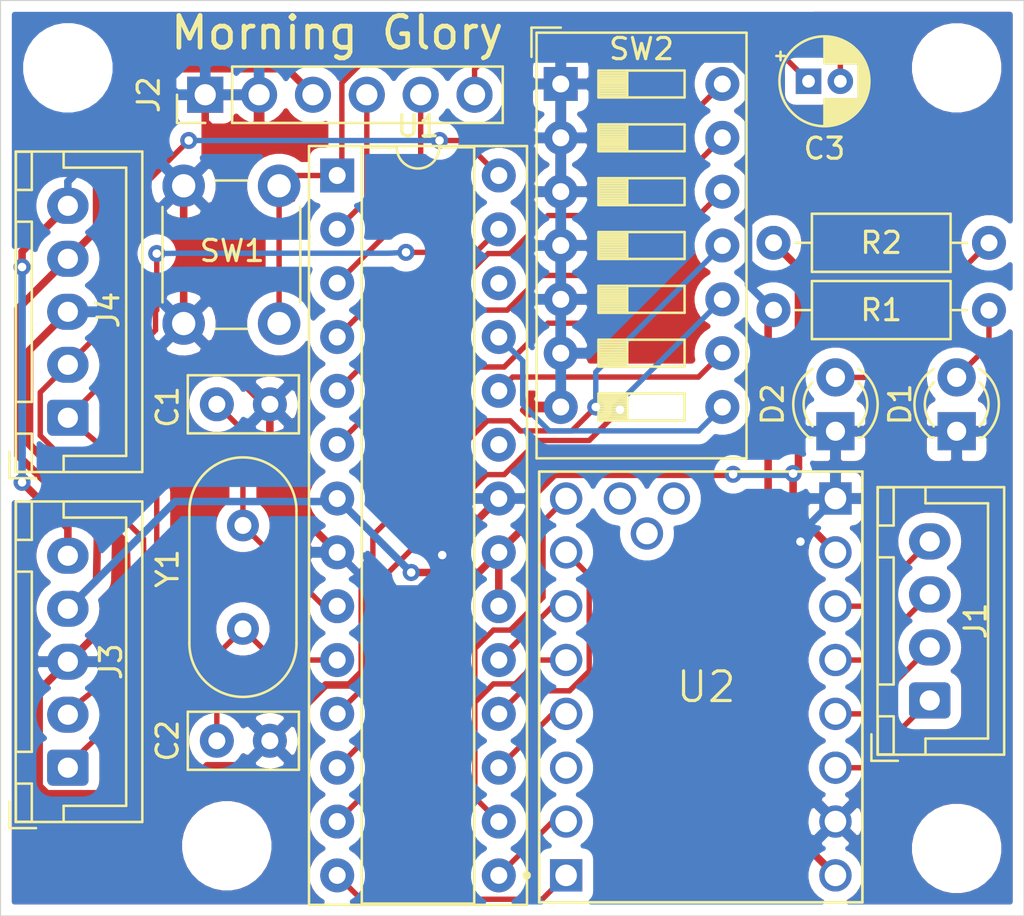
<source format=kicad_pcb>
(kicad_pcb (version 20171130) (host pcbnew "(5.1.12-1-10_14)")
  (layers (0 F.Cu signal) (31 B.Cu signal) (34 B.Paste user) (35 F.Paste user) (36 B.SilkS user) (37 F.SilkS user) (38 B.Mask user) (39 F.Mask user) (44 Edge.Cuts user))
  (net 0 "")
  (net 1 CLK_A)
  (net 2 GND)
  (net 3 CLK_B)
  (net 4 "Net-(D1-Pad2)")
  (net 5 "Net-(D2-Pad2)")
  (net 6 SDA)
  (net 7 SCL)
  (net 8 +5V)
  (net 9 +12V)
  (net 10 VmRef)
  (net 11 Reset)
  (net 12 P6)
  (net 13 P5)
  (net 14 P4)
  (net 15 P3)
  (net 16 P2)
  (net 17 P1)
  (net 18 P7)
  (net 19 STEP)
  (net 20 CS)
  (net 21 MOSI)
  (net 22 MISO)
  (net 23 SCK)
  (net 24 "Net-(U1-Pad26)")
  (net 25 EN)
  (net 26 DIR)
  (net 27 "Net-(U2-PadVREF)")
  (net 28 "Net-(U2-PadJP3_1)")
  (net 29 "Net-(U2-PadJP3_2)")
  (net 30 "Net-(C3-Pad1)")
  (net 31 "Net-(J1-Pad1)")
  (net 32 "Net-(J1-Pad2)")
  (net 33 "Net-(J1-Pad3)")
  (net 34 "Net-(J1-Pad4)")
  (net 35 RX)
  (net 36 TX)
  (module MountingHole:MountingHole_3.2mm_M3_ISO7380 (layer F.Cu) (at 132.715 139.7)
    (fp_text reference REF** hide)
    (fp_text value MountingHole_3.2mm_M3_ISO7380)
    (pad 1 np_thru_hole circle (at 0 0) (size 3.2 3.2) (drill 3.2) (layers *.Cu *.Mask))
  )
  (module MountingHole:MountingHole_3.2mm_M3_ISO7380 (layer F.Cu) (at 98.298 139.573)
    (fp_text reference REF** hide)
    (fp_text value MountingHole_3.2mm_M3_ISO7380)
    (pad 1 np_thru_hole circle (at 0 0) (size 3.2 3.2) (drill 3.2) (layers *.Cu *.Mask))
  )
  (module MountingHole:MountingHole_3.2mm_M3_ISO7380 (layer F.Cu) (at 90.805 102.87)
    (fp_text reference REF** hide)
    (fp_text value MountingHole_3.2mm_M3_ISO7380)
    (pad 1 np_thru_hole circle (at 0 0) (size 3.2 3.2) (drill 3.2) (layers *.Cu *.Mask))
  )
  (module Connector_JST:JST_XH_B5B-XH-A_1x05_P2.50mm_Vertical (layer F.Cu) (at 90.805 135.89 90)
    (fp_text reference J3 (at 5 2.032 90) (layer F.SilkS))
    (fp_text value "Input Bus")
    (pad 1 thru_hole roundrect (at 0 0 90) (size 1.7 1.95) (drill 0.95) (layers *.Cu *.Mask) (roundrect_rratio 0.147059) (net 6 SDA))
    (pad 2 thru_hole oval (at 2.5 0 90) (size 1.7 1.95) (drill 0.95) (layers *.Cu *.Mask) (net 7 SCL))
    (pad 3 thru_hole oval (at 5 0 90) (size 1.7 1.95) (drill 0.95) (layers *.Cu *.Mask) (net 2 GND))
    (pad 4 thru_hole oval (at 7.5 0 90) (size 1.7 1.95) (drill 0.95) (layers *.Cu *.Mask) (net 8 +5V))
    (pad 5 thru_hole oval (at 10 0 90) (size 1.7 1.95) (drill 0.95) (layers *.Cu *.Mask) (net 9 +12V))
  )
  (module Capacitor_THT:CP_Radial_D4.0mm_P1.50mm (layer F.Cu) (at 125.73 103.505)
    (fp_text reference C3 (at 0.75 3.175) (layer F.SilkS))
    (fp_text value 100nF)
    (pad 1 thru_hole rect (at 0 0) (size 1.2 1.2) (drill 0.6) (layers *.Cu *.Mask) (net 30 "Net-(C3-Pad1)"))
    (pad 2 thru_hole circle (at 1.5 0) (size 1.2 1.2) (drill 0.6) (layers *.Cu *.Mask) (net 11 Reset))
  )
  (module MountingHole:MountingHole_3.2mm_M3_ISO7380 (layer F.Cu) (at 132.715 102.87)
    (fp_text reference REF** hide)
    (fp_text value MountingHole_3.2mm_M3_ISO7380)
    (pad 1 np_thru_hole circle (at 0 0) (size 3.2 3.2) (drill 3.2) (layers *.Cu *.Mask))
  )
  (module Capacitor_THT:C_Disc_D5.0mm_W2.5mm_P2.50mm (layer F.Cu) (at 100.33 118.745 180)
    (fp_text reference C1 (at 4.826 -0.127 90) (layer F.SilkS))
    (fp_text value 22pF)
    (pad 2 thru_hole circle (at 2.5 0 180) (size 1.6 1.6) (drill 0.8) (layers *.Cu *.Mask) (net 1 CLK_A))
    (pad 1 thru_hole circle (at 0 0 180) (size 1.6 1.6) (drill 0.8) (layers *.Cu *.Mask) (net 2 GND))
  )
  (module Capacitor_THT:C_Disc_D5.0mm_W2.5mm_P2.50mm (layer F.Cu) (at 100.33 134.62 180)
    (fp_text reference C2 (at 4.826 0 90) (layer F.SilkS))
    (fp_text value 22pF)
    (pad 1 thru_hole circle (at 0 0 180) (size 1.6 1.6) (drill 0.8) (layers *.Cu *.Mask) (net 2 GND))
    (pad 2 thru_hole circle (at 2.5 0 180) (size 1.6 1.6) (drill 0.8) (layers *.Cu *.Mask) (net 3 CLK_B))
  )
  (module LED_THT:LED_D3.0mm (layer F.Cu) (at 132.715 120.015 90)
    (fp_text reference D1 (at 1.27 -2.667 90) (layer F.SilkS))
    (fp_text value LED)
    (pad 1 thru_hole rect (at 0 0 90) (size 1.8 1.8) (drill 0.9) (layers *.Cu *.Mask) (net 2 GND))
    (pad 2 thru_hole circle (at 2.54 0 90) (size 1.8 1.8) (drill 0.9) (layers *.Cu *.Mask) (net 4 "Net-(D1-Pad2)"))
  )
  (module LED_THT:LED_D3.0mm (layer F.Cu) (at 127 120.015 90)
    (fp_text reference D2 (at 1.27 -2.96 90) (layer F.SilkS))
    (fp_text value LED)
    (pad 2 thru_hole circle (at 2.54 0 90) (size 1.8 1.8) (drill 0.9) (layers *.Cu *.Mask) (net 5 "Net-(D2-Pad2)"))
    (pad 1 thru_hole rect (at 0 0 90) (size 1.8 1.8) (drill 0.9) (layers *.Cu *.Mask) (net 2 GND))
  )
  (module Connector_JST:JST_XH_B4B-XH-A_1x04_P2.50mm_Vertical (layer F.Cu) (at 131.445 132.715 90)
    (fp_text reference J1 (at 3.75 2.159 90) (layer F.SilkS))
    (fp_text value "Stepper Output")
    (pad 1 thru_hole roundrect (at 0 0 90) (size 1.7 1.95) (drill 0.95) (layers *.Cu *.Mask) (roundrect_rratio 0.147059) (net 31 "Net-(J1-Pad1)"))
    (pad 2 thru_hole oval (at 2.5 0 90) (size 1.7 1.95) (drill 0.95) (layers *.Cu *.Mask) (net 32 "Net-(J1-Pad2)"))
    (pad 3 thru_hole oval (at 5 0 90) (size 1.7 1.95) (drill 0.95) (layers *.Cu *.Mask) (net 33 "Net-(J1-Pad3)"))
    (pad 4 thru_hole oval (at 7.5 0 90) (size 1.7 1.95) (drill 0.95) (layers *.Cu *.Mask) (net 34 "Net-(J1-Pad4)"))
  )
  (module Connector_PinHeader_2.54mm:PinHeader_1x06_P2.54mm_Vertical (layer F.Cu) (at 97.282 104.14 90)
    (fp_text reference J2 (at 0 -2.667 90) (layer F.SilkS))
    (fp_text value Conn_01x06_Male)
    (pad 1 thru_hole rect (at 0 0 90) (size 1.7 1.7) (drill 1) (layers *.Cu *.Mask) (net 2 GND))
    (pad 2 thru_hole oval (at 0 2.54 90) (size 1.7 1.7) (drill 1) (layers *.Cu *.Mask) (net 2 GND))
    (pad 3 thru_hole oval (at 0 5.08 90) (size 1.7 1.7) (drill 1) (layers *.Cu *.Mask) (net 8 +5V))
    (pad 4 thru_hole oval (at 0 7.62 90) (size 1.7 1.7) (drill 1) (layers *.Cu *.Mask) (net 35 RX))
    (pad 5 thru_hole oval (at 0 10.16 90) (size 1.7 1.7) (drill 1) (layers *.Cu *.Mask) (net 36 TX))
    (pad 6 thru_hole oval (at 0 12.7 90) (size 1.7 1.7) (drill 1) (layers *.Cu *.Mask) (net 30 "Net-(C3-Pad1)"))
  )
  (module Resistor_THT:R_Axial_DIN0207_L6.3mm_D2.5mm_P10.16mm_Horizontal (layer F.Cu) (at 124.079 114.3)
    (fp_text reference R1 (at 5.08 0) (layer F.SilkS))
    (fp_text value 300Ω)
    (pad 1 thru_hole circle (at 0 0) (size 1.6 1.6) (drill 0.8) (layers *.Cu *.Mask) (net 9 +12V))
    (pad 2 thru_hole oval (at 10.16 0) (size 1.6 1.6) (drill 0.8) (layers *.Cu *.Mask) (net 4 "Net-(D1-Pad2)"))
  )
  (module Resistor_THT:R_Axial_DIN0207_L6.3mm_D2.5mm_P10.16mm_Horizontal (layer F.Cu) (at 124.079 111.125)
    (fp_text reference R2 (at 5.08 0) (layer F.SilkS))
    (fp_text value 300Ω)
    (pad 1 thru_hole circle (at 0 0) (size 1.6 1.6) (drill 0.8) (layers *.Cu *.Mask) (net 8 +5V))
    (pad 2 thru_hole oval (at 10.16 0) (size 1.6 1.6) (drill 0.8) (layers *.Cu *.Mask) (net 5 "Net-(D2-Pad2)"))
  )
  (module Button_Switch_THT:SW_PUSH_6mm_H5mm (layer F.Cu) (at 96.266 114.935 90)
    (fp_text reference SW1 (at 3.429 2.286 180) (layer F.SilkS))
    (fp_text value SW_SPST)
    (pad 2 thru_hole circle (at 0 4.5 180) (size 2 2) (drill 1.1) (layers *.Cu *.Mask) (net 11 Reset))
    (pad 1 thru_hole circle (at 0 0 180) (size 2 2) (drill 1.1) (layers *.Cu *.Mask) (net 2 GND))
    (pad 2 thru_hole circle (at 6.5 4.5 180) (size 2 2) (drill 1.1) (layers *.Cu *.Mask) (net 11 Reset))
    (pad 1 thru_hole circle (at 6.5 0 180) (size 2 2) (drill 1.1) (layers *.Cu *.Mask) (net 2 GND))
  )
  (module TMC_Silentstepstick:MODULE_TMC2130_SILENTSTEPSTICK (layer F.Cu) (at 120.65 132.08 180)
    (fp_text reference U2 (at -0.254 0) (layer F.SilkS) (effects (font (size 1.4 1.4))))
    (fp_text value TMC2130_SILENTSTEPSTICK)
    (pad JP2_8 thru_hole circle (at -6.35 -8.89 180) (size 1.524 1.524) (drill 1.016) (layers *.Cu *.Mask) (net 9 +12V))
    (pad JP2_7 thru_hole circle (at -6.35 -6.35 180) (size 1.524 1.524) (drill 1.016) (layers *.Cu *.Mask) (net 2 GND))
    (pad JP2_6 thru_hole circle (at -6.35 -3.81 180) (size 1.524 1.524) (drill 1.016) (layers *.Cu *.Mask) (net 31 "Net-(J1-Pad1)"))
    (pad JP2_5 thru_hole circle (at -6.35 -1.27 180) (size 1.524 1.524) (drill 1.016) (layers *.Cu *.Mask) (net 32 "Net-(J1-Pad2)"))
    (pad JP2_4 thru_hole circle (at -6.35 1.27 180) (size 1.524 1.524) (drill 1.016) (layers *.Cu *.Mask) (net 33 "Net-(J1-Pad3)"))
    (pad JP2_3 thru_hole circle (at -6.35 3.81 180) (size 1.524 1.524) (drill 1.016) (layers *.Cu *.Mask) (net 34 "Net-(J1-Pad4)"))
    (pad JP2_2 thru_hole circle (at -6.35 6.35 180) (size 1.524 1.524) (drill 1.016) (layers *.Cu *.Mask) (net 8 +5V))
    (pad JP2_1 thru_hole rect (at -6.35 8.89 180) (size 1.524 1.524) (drill 1.016) (layers *.Cu *.Mask) (net 2 GND))
    (pad JP1_8 thru_hole circle (at 6.35 8.89 180) (size 1.524 1.524) (drill 1.016) (layers *.Cu *.Mask) (net 25 EN))
    (pad JP1_7 thru_hole circle (at 6.35 6.35 180) (size 1.524 1.524) (drill 1.016) (layers *.Cu *.Mask) (net 22 MISO))
    (pad JP1_6 thru_hole circle (at 6.35 3.81 180) (size 1.524 1.524) (drill 1.016) (layers *.Cu *.Mask) (net 23 SCK))
    (pad JP1_5 thru_hole circle (at 6.35 1.27 180) (size 1.524 1.524) (drill 1.016) (layers *.Cu *.Mask) (net 20 CS))
    (pad JP1_4 thru_hole circle (at 6.35 -1.27 180) (size 1.524 1.524) (drill 1.016) (layers *.Cu *.Mask) (net 21 MOSI))
    (pad JP1_3 thru_hole circle (at 6.35 -3.81 180) (size 1.524 1.524) (drill 1.016) (layers *.Cu *.Mask))
    (pad JP1_2 thru_hole circle (at 6.35 -6.35 180) (size 1.524 1.524) (drill 1.016) (layers *.Cu *.Mask) (net 19 STEP))
    (pad JP1_1 thru_hole rect (at 6.35 -8.89 180) (size 1.524 1.524) (drill 1.016) (layers *.Cu *.Mask) (net 26 DIR))
    (pad VREF thru_hole circle (at 3.81 8.89 180) (size 1.524 1.524) (drill 1.016) (layers *.Cu *.Mask) (net 27 "Net-(U2-PadVREF)"))
    (pad JP3_1 thru_hole circle (at 1.27 8.89 180) (size 1.524 1.524) (drill 1.016) (layers *.Cu *.Mask) (net 28 "Net-(U2-PadJP3_1)"))
    (pad JP3_2 thru_hole circle (at 2.54 7.239 180) (size 1.524 1.524) (drill 1.016) (layers *.Cu *.Mask) (net 29 "Net-(U2-PadJP3_2)"))
  )
  (module Crystal:Crystal_HC49-U_Vertical (layer F.Cu) (at 99.06 124.46 270)
    (fp_text reference Y1 (at 2.032 3.556 90) (layer F.SilkS))
    (fp_text value 16MHz)
    (pad 1 thru_hole circle (at 0 0 270) (size 1.5 1.5) (drill 0.8) (layers *.Cu *.Mask) (net 1 CLK_A))
    (pad 2 thru_hole circle (at 4.88 0 270) (size 1.5 1.5) (drill 0.8) (layers *.Cu *.Mask) (net 3 CLK_B))
  )
  (module Connector_JST:JST_XH_B5B-XH-A_1x05_P2.50mm_Vertical (layer F.Cu) (at 90.805 119.38 90)
    (fp_text reference J4 (at 5.08 1.905 90) (layer F.SilkS))
    (fp_text value "Output Bus")
    (pad 5 thru_hole oval (at 10 0 90) (size 1.7 1.95) (drill 0.95) (layers *.Cu *.Mask) (net 9 +12V))
    (pad 4 thru_hole oval (at 7.5 0 90) (size 1.7 1.95) (drill 0.95) (layers *.Cu *.Mask) (net 8 +5V))
    (pad 3 thru_hole oval (at 5 0 90) (size 1.7 1.95) (drill 0.95) (layers *.Cu *.Mask) (net 2 GND))
    (pad 2 thru_hole oval (at 2.5 0 90) (size 1.7 1.95) (drill 0.95) (layers *.Cu *.Mask) (net 7 SCL))
    (pad 1 thru_hole roundrect (at 0 0 90) (size 1.7 1.95) (drill 0.95) (layers *.Cu *.Mask) (roundrect_rratio 0.147059) (net 6 SDA))
  )
  (module Package_DIP:DIP-28_W7.62mm_Socket (layer F.Cu) (at 103.505 107.95)
    (fp_text reference U1 (at 3.81 -2.33) (layer F.SilkS))
    (fp_text value ATmega328P-PU)
    (pad 1 thru_hole rect (at 0 0) (size 1.6 1.6) (drill 0.8) (layers *.Cu *.Mask) (net 11 Reset))
    (pad 15 thru_hole oval (at 7.62 33.02) (size 1.6 1.6) (drill 0.8) (layers *.Cu *.Mask) (net 19 STEP))
    (pad 2 thru_hole oval (at 0 2.54) (size 1.6 1.6) (drill 0.8) (layers *.Cu *.Mask) (net 35 RX))
    (pad 16 thru_hole oval (at 7.62 30.48) (size 1.6 1.6) (drill 0.8) (layers *.Cu *.Mask) (net 20 CS))
    (pad 3 thru_hole oval (at 0 5.08) (size 1.6 1.6) (drill 0.8) (layers *.Cu *.Mask) (net 36 TX))
    (pad 17 thru_hole oval (at 7.62 27.94) (size 1.6 1.6) (drill 0.8) (layers *.Cu *.Mask) (net 21 MOSI))
    (pad 4 thru_hole oval (at 0 7.62) (size 1.6 1.6) (drill 0.8) (layers *.Cu *.Mask) (net 17 P1))
    (pad 18 thru_hole oval (at 7.62 25.4) (size 1.6 1.6) (drill 0.8) (layers *.Cu *.Mask) (net 22 MISO))
    (pad 5 thru_hole oval (at 0 10.16) (size 1.6 1.6) (drill 0.8) (layers *.Cu *.Mask) (net 16 P2))
    (pad 19 thru_hole oval (at 7.62 22.86) (size 1.6 1.6) (drill 0.8) (layers *.Cu *.Mask) (net 23 SCK))
    (pad 6 thru_hole oval (at 0 12.7) (size 1.6 1.6) (drill 0.8) (layers *.Cu *.Mask) (net 15 P3))
    (pad 20 thru_hole oval (at 7.62 20.32) (size 1.6 1.6) (drill 0.8) (layers *.Cu *.Mask) (net 8 +5V))
    (pad 7 thru_hole oval (at 0 15.24) (size 1.6 1.6) (drill 0.8) (layers *.Cu *.Mask) (net 8 +5V))
    (pad 21 thru_hole oval (at 7.62 17.78) (size 1.6 1.6) (drill 0.8) (layers *.Cu *.Mask) (net 8 +5V))
    (pad 8 thru_hole oval (at 0 17.78) (size 1.6 1.6) (drill 0.8) (layers *.Cu *.Mask) (net 2 GND))
    (pad 22 thru_hole oval (at 7.62 15.24) (size 1.6 1.6) (drill 0.8) (layers *.Cu *.Mask) (net 2 GND))
    (pad 9 thru_hole oval (at 0 20.32) (size 1.6 1.6) (drill 0.8) (layers *.Cu *.Mask) (net 1 CLK_A))
    (pad 23 thru_hole oval (at 7.62 12.7) (size 1.6 1.6) (drill 0.8) (layers *.Cu *.Mask) (net 10 VmRef))
    (pad 10 thru_hole oval (at 0 22.86) (size 1.6 1.6) (drill 0.8) (layers *.Cu *.Mask) (net 3 CLK_B))
    (pad 24 thru_hole oval (at 7.62 10.16) (size 1.6 1.6) (drill 0.8) (layers *.Cu *.Mask) (net 12 P6))
    (pad 11 thru_hole oval (at 0 25.4) (size 1.6 1.6) (drill 0.8) (layers *.Cu *.Mask) (net 14 P4))
    (pad 25 thru_hole oval (at 7.62 7.62) (size 1.6 1.6) (drill 0.8) (layers *.Cu *.Mask) (net 18 P7))
    (pad 12 thru_hole oval (at 0 27.94) (size 1.6 1.6) (drill 0.8) (layers *.Cu *.Mask) (net 13 P5))
    (pad 26 thru_hole oval (at 7.62 5.08) (size 1.6 1.6) (drill 0.8) (layers *.Cu *.Mask) (net 24 "Net-(U1-Pad26)"))
    (pad 13 thru_hole oval (at 0 30.48) (size 1.6 1.6) (drill 0.8) (layers *.Cu *.Mask) (net 25 EN))
    (pad 27 thru_hole oval (at 7.62 2.54) (size 1.6 1.6) (drill 0.8) (layers *.Cu *.Mask) (net 6 SDA))
    (pad 14 thru_hole oval (at 0 33.02) (size 1.6 1.6) (drill 0.8) (layers *.Cu *.Mask) (net 26 DIR))
    (pad 28 thru_hole oval (at 7.62 0) (size 1.6 1.6) (drill 0.8) (layers *.Cu *.Mask) (net 7 SCL))
  )
  (module Button_Switch_THT:SW_DIP_SPSTx07_Slide_9.78x19.96mm_W7.62mm_P2.54mm (layer F.Cu) (at 114.046 103.632)
    (fp_text reference SW2 (at 3.81 -1.651) (layer F.SilkS))
    (fp_text value SW_DIP_x07)
    (pad 1 thru_hole rect (at 0 0) (size 1.6 1.6) (drill 0.8) (layers *.Cu *.Mask) (net 2 GND))
    (pad 8 thru_hole oval (at 7.62 15.24) (size 1.6 1.6) (drill 0.8) (layers *.Cu *.Mask) (net 18 P7))
    (pad 2 thru_hole oval (at 0 2.54) (size 1.6 1.6) (drill 0.8) (layers *.Cu *.Mask) (net 2 GND))
    (pad 9 thru_hole oval (at 7.62 12.7) (size 1.6 1.6) (drill 0.8) (layers *.Cu *.Mask) (net 12 P6))
    (pad 3 thru_hole oval (at 0 5.08) (size 1.6 1.6) (drill 0.8) (layers *.Cu *.Mask) (net 2 GND))
    (pad 10 thru_hole oval (at 7.62 10.16) (size 1.6 1.6) (drill 0.8) (layers *.Cu *.Mask) (net 13 P5))
    (pad 4 thru_hole oval (at 0 7.62) (size 1.6 1.6) (drill 0.8) (layers *.Cu *.Mask) (net 2 GND))
    (pad 11 thru_hole oval (at 7.62 7.62) (size 1.6 1.6) (drill 0.8) (layers *.Cu *.Mask) (net 14 P4))
    (pad 5 thru_hole oval (at 0 10.16) (size 1.6 1.6) (drill 0.8) (layers *.Cu *.Mask) (net 2 GND))
    (pad 12 thru_hole oval (at 7.62 5.08) (size 1.6 1.6) (drill 0.8) (layers *.Cu *.Mask) (net 15 P3))
    (pad 6 thru_hole oval (at 0 12.7) (size 1.6 1.6) (drill 0.8) (layers *.Cu *.Mask) (net 2 GND))
    (pad 13 thru_hole oval (at 7.62 2.54) (size 1.6 1.6) (drill 0.8) (layers *.Cu *.Mask) (net 16 P2))
    (pad 7 thru_hole oval (at 0 15.24) (size 1.6 1.6) (drill 0.8) (layers *.Cu *.Mask) (net 2 GND))
    (pad 14 thru_hole oval (at 7.62 0) (size 1.6 1.6) (drill 0.8) (layers *.Cu *.Mask) (net 17 P1))
  )
  (gr_text "Morning Glory" (at 103.505 101.219) (layer F.SilkS) (effects (font (size 1.5 1.5) (thickness 0.225))))
  (gr_line (start 87.63 142.875) (end 87.63 99.695) (layer Edge.Cuts) (width 0.05))
  (gr_line (start 135.89 99.695) (end 135.89 142.875) (layer Edge.Cuts) (width 0.05))
  (gr_line (start 135.89 142.875) (end 87.63 142.875) (layer Edge.Cuts) (width 0.05))
  (gr_line (start 87.63 99.695) (end 135.89 99.695) (layer Edge.Cuts) (width 0.05))
  (segment (start 102.87 128.27) (end 103.505 128.27) (width 0.254) (layer F.Cu) (net 1))
  (segment (start 99.06 124.46) (end 102.87 128.27) (width 0.254) (layer F.Cu) (net 1))
  (segment (start 99.06 119.975) (end 97.83 118.745) (width 0.254) (layer F.Cu) (net 1))
  (segment (start 99.06 124.46) (end 99.06 119.975) (width 0.254) (layer F.Cu) (net 1))
  (segment (start 97.282 107.419) (end 96.266 108.435) (width 0.3556) (layer F.Cu) (net 2))
  (segment (start 97.282 104.14) (end 97.282 107.419) (width 0.3556) (layer F.Cu) (net 2))
  (segment (start 97.282 104.14) (end 99.822 104.14) (width 0.3556) (layer F.Cu) (net 2))
  (segment (start 127 120.015) (end 127 123.19) (width 0.3556) (layer F.Cu) (net 2))
  (segment (start 127 120.015) (end 132.715 120.015) (width 0.3556) (layer F.Cu) (net 2))
  (segment (start 104.682801 131.375345) (end 104.682801 126.907801) (width 0.3556) (layer F.Cu) (net 2))
  (segment (start 102.962199 131.987801) (end 104.070345 131.987801) (width 0.3556) (layer F.Cu) (net 2))
  (segment (start 104.682801 126.907801) (end 103.505 125.73) (width 0.3556) (layer F.Cu) (net 2))
  (segment (start 104.070345 131.987801) (end 104.682801 131.375345) (width 0.3556) (layer F.Cu) (net 2))
  (segment (start 100.33 134.62) (end 102.962199 131.987801) (width 0.3556) (layer F.Cu) (net 2))
  (segment (start 100.33 122.555) (end 103.505 125.73) (width 0.3556) (layer F.Cu) (net 2))
  (segment (start 100.33 118.745) (end 100.33 122.555) (width 0.3556) (layer F.Cu) (net 2))
  (segment (start 100.076 118.745) (end 100.33 118.745) (width 0.3556) (layer F.Cu) (net 2))
  (segment (start 96.266 114.935) (end 100.076 118.745) (width 0.3556) (layer F.Cu) (net 2))
  (segment (start 96.266 114.935) (end 96.266 108.435) (width 0.3556) (layer F.Cu) (net 2))
  (segment (start 96.05419 137.11781) (end 97.374199 135.797801) (width 0.3556) (layer F.Cu) (net 2))
  (segment (start 89.81995 137.11781) (end 96.05419 137.11781) (width 0.3556) (layer F.Cu) (net 2))
  (segment (start 89.45219 132.24281) (end 89.45219 136.75005) (width 0.3556) (layer F.Cu) (net 2))
  (segment (start 89.45219 136.75005) (end 89.81995 137.11781) (width 0.3556) (layer F.Cu) (net 2))
  (segment (start 90.805 130.89) (end 89.45219 132.24281) (width 0.3556) (layer F.Cu) (net 2))
  (segment (start 99.152199 135.797801) (end 100.33 134.62) (width 0.3556) (layer F.Cu) (net 2))
  (segment (start 97.374199 135.797801) (end 99.152199 135.797801) (width 0.3556) (layer F.Cu) (net 2))
  (segment (start 88.99818 116.18682) (end 90.805 114.38) (width 0.3556) (layer F.Cu) (net 2))
  (segment (start 88.99818 120.65) (end 88.99818 116.18682) (width 0.3556) (layer F.Cu) (net 2))
  (segment (start 93.349387 125.090613) (end 88.99818 120.65) (width 0.3556) (layer F.Cu) (net 2))
  (segment (start 93.345 128.397) (end 93.349387 125.090613) (width 0.3556) (layer F.Cu) (net 2))
  (segment (start 90.852 130.89) (end 93.345 128.397) (width 0.3556) (layer F.Cu) (net 2))
  (segment (start 90.805 130.89) (end 90.852 130.89) (width 0.3556) (layer F.Cu) (net 2))
  (via (at 125.349 125.222) (size 0.8) (drill 0.4) (layers F.Cu B.Cu) (net 2))
  (segment (start 125.349 136.779) (end 125.349 125.222) (width 0.3556) (layer F.Cu) (net 2))
  (segment (start 127 138.43) (end 125.349 136.779) (width 0.3556) (layer F.Cu) (net 2))
  (segment (start 125.349 124.841) (end 127 123.19) (width 0.3556) (layer B.Cu) (net 2))
  (segment (start 125.349 125.222) (end 125.349 124.841) (width 0.3556) (layer B.Cu) (net 2))
  (via (at 108.458 125.857) (size 0.8) (drill 0.4) (layers F.Cu B.Cu) (net 2))
  (segment (start 111.125 123.19) (end 108.458 125.857) (width 0.3556) (layer F.Cu) (net 2))
  (segment (start 105.232887 127.457887) (end 103.505 125.73) (width 0.3556) (layer B.Cu) (net 2))
  (segment (start 107.368431 127.457887) (end 105.232887 127.457887) (width 0.3556) (layer B.Cu) (net 2))
  (segment (start 108.458 126.368318) (end 107.368431 127.457887) (width 0.3556) (layer B.Cu) (net 2))
  (segment (start 108.458 125.857) (end 108.458 126.368318) (width 0.3556) (layer B.Cu) (net 2))
  (segment (start 114.046 103.632) (end 114.046 118.872) (width 0.3556) (layer B.Cu) (net 2))
  (segment (start 100.53 130.81) (end 99.06 129.34) (width 0.254) (layer F.Cu) (net 3))
  (segment (start 103.505 130.81) (end 100.53 130.81) (width 0.254) (layer F.Cu) (net 3))
  (segment (start 97.83 130.57) (end 99.06 129.34) (width 0.254) (layer F.Cu) (net 3))
  (segment (start 97.83 134.62) (end 97.83 130.57) (width 0.254) (layer F.Cu) (net 3))
  (segment (start 134.239 115.951) (end 134.239 114.3) (width 0.254) (layer F.Cu) (net 4))
  (segment (start 132.715 117.475) (end 134.239 115.951) (width 0.254) (layer F.Cu) (net 4))
  (segment (start 127 117.475) (end 130.175 117.475) (width 0.254) (layer F.Cu) (net 5))
  (segment (start 130.175 117.475) (end 132.715 114.935) (width 0.254) (layer F.Cu) (net 5))
  (segment (start 132.715 112.649) (end 134.239 111.125) (width 0.254) (layer F.Cu) (net 5))
  (segment (start 132.715 114.935) (end 132.715 112.649) (width 0.254) (layer F.Cu) (net 5))
  (segment (start 94.996 122.936) (end 90.805 119.38) (width 0.254) (layer F.Cu) (net 6))
  (segment (start 94.996 131.826) (end 94.996 122.936) (width 0.254) (layer F.Cu) (net 6))
  (segment (start 90.805 135.763) (end 94.996 131.826) (width 0.254) (layer F.Cu) (net 6))
  (segment (start 90.805 135.89) (end 90.805 135.763) (width 0.254) (layer F.Cu) (net 6))
  (segment (start 106.749567 111.575567) (end 110.039433 111.575567) (width 0.254) (layer F.Cu) (net 6))
  (segment (start 110.039433 111.575567) (end 111.125 110.49) (width 0.254) (layer F.Cu) (net 6))
  (via (at 106.749567 111.575567) (size 0.8) (drill 0.4) (layers F.Cu B.Cu) (net 6))
  (segment (start 94.938999 114.357001) (end 94.938999 115.246001) (width 0.254) (layer F.Cu) (net 6))
  (segment (start 105.946133 111.617001) (end 106.749567 111.575567) (width 0.254) (layer B.Cu) (net 6))
  (segment (start 94.996 114.3) (end 94.938999 114.357001) (width 0.254) (layer F.Cu) (net 6))
  (segment (start 96.123001 111.617001) (end 105.946133 111.617001) (width 0.254) (layer B.Cu) (net 6))
  (segment (start 94.996 111.633) (end 96.123001 111.617001) (width 0.254) (layer B.Cu) (net 6))
  (segment (start 94.938999 115.246001) (end 90.805 119.38) (width 0.254) (layer F.Cu) (net 6))
  (segment (start 94.996 111.633) (end 94.996 114.3) (width 0.254) (layer F.Cu) (net 6))
  (via (at 94.996 111.633) (size 0.8) (drill 0.4) (layers F.Cu B.Cu) (net 6))
  (segment (start 89.50299 120.219008) (end 89.50299 118.18201) (width 0.254) (layer F.Cu) (net 7))
  (segment (start 90.805 133.39) (end 90.805 133.223) (width 0.254) (layer F.Cu) (net 7))
  (segment (start 94.488 130.302) (end 94.369991 125.086009) (width 0.254) (layer F.Cu) (net 7))
  (segment (start 94.369991 125.086009) (end 89.50299 120.219008) (width 0.254) (layer F.Cu) (net 7))
  (segment (start 89.50299 118.18201) (end 90.805 116.88) (width 0.254) (layer F.Cu) (net 7))
  (segment (start 90.805 133.223) (end 94.488 130.302) (width 0.254) (layer F.Cu) (net 7))
  (via (at 96.5042 106.299) (size 0.8) (drill 0.4) (layers F.Cu B.Cu) (net 7))
  (segment (start 92.662619 110.140581) (end 96.5042 106.299) (width 0.254) (layer F.Cu) (net 7))
  (segment (start 92.662619 115.022381) (end 92.662619 110.140581) (width 0.254) (layer F.Cu) (net 7))
  (segment (start 90.805 116.88) (end 92.662619 115.022381) (width 0.254) (layer F.Cu) (net 7))
  (via (at 108.331 106.299) (size 0.8) (drill 0.4) (layers F.Cu B.Cu) (net 7))
  (segment (start 96.5042 106.299) (end 108.331 106.299) (width 0.254) (layer B.Cu) (net 7))
  (segment (start 109.474 106.299) (end 111.125 107.95) (width 0.254) (layer F.Cu) (net 7))
  (segment (start 108.331 106.299) (end 109.474 106.299) (width 0.254) (layer F.Cu) (net 7))
  (segment (start 124.587 110.998) (end 124.46 111.125) (width 0.3556) (layer F.Cu) (net 8))
  (segment (start 125.002801 123.732801) (end 127 125.73) (width 0.3556) (layer F.Cu) (net 8))
  (segment (start 88.44257 114.24243) (end 90.805 111.88) (width 0.3556) (layer F.Cu) (net 8))
  (segment (start 88.44257 121.158) (end 88.44257 114.24243) (width 0.3556) (layer F.Cu) (net 8))
  (segment (start 92.202 124.714) (end 88.44257 121.158) (width 0.3556) (layer F.Cu) (net 8))
  (segment (start 92.15781 127.03719) (end 92.202 124.714) (width 0.3556) (layer F.Cu) (net 8))
  (segment (start 90.805 128.39) (end 92.15781 127.03719) (width 0.3556) (layer F.Cu) (net 8))
  (segment (start 92.15781 110.52719) (end 92.15781 106.72419) (width 0.3556) (layer F.Cu) (net 8))
  (segment (start 90.805 111.88) (end 92.15781 110.52719) (width 0.3556) (layer F.Cu) (net 8))
  (segment (start 101.134199 102.912199) (end 102.362 104.14) (width 0.3556) (layer F.Cu) (net 8))
  (segment (start 95.969801 102.912199) (end 101.134199 102.912199) (width 0.3556) (layer F.Cu) (net 8))
  (segment (start 92.15781 106.72419) (end 95.969801 102.912199) (width 0.3556) (layer F.Cu) (net 8))
  (segment (start 111.125 125.73) (end 111.125 128.27) (width 0.3556) (layer F.Cu) (net 8))
  (via (at 122.174 122.047) (size 0.8) (drill 0.4) (layers F.Cu B.Cu) (net 8))
  (segment (start 113.756094 122.047) (end 122.174 122.047) (width 0.3556) (layer F.Cu) (net 8))
  (segment (start 112.706189 123.096905) (end 113.756094 122.047) (width 0.3556) (layer F.Cu) (net 8))
  (segment (start 112.706189 124.148811) (end 112.706189 123.096905) (width 0.3556) (layer F.Cu) (net 8))
  (segment (start 111.125 125.73) (end 112.706189 124.148811) (width 0.3556) (layer F.Cu) (net 8))
  (via (at 125.002801 122.012199) (size 0.8) (drill 0.4) (layers F.Cu B.Cu) (net 8))
  (segment (start 124.968 122.047) (end 125.002801 122.012199) (width 0.3556) (layer B.Cu) (net 8))
  (segment (start 122.174 122.047) (end 124.968 122.047) (width 0.3556) (layer B.Cu) (net 8))
  (segment (start 125.002801 122.012199) (end 125.002801 123.732801) (width 0.3556) (layer F.Cu) (net 8))
  (via (at 106.995086 126.680086) (size 0.8) (drill 0.4) (layers F.Cu B.Cu) (net 8))
  (segment (start 103.505 123.19) (end 106.995086 126.680086) (width 0.3556) (layer B.Cu) (net 8))
  (segment (start 110.174914 126.680086) (end 111.125 125.73) (width 0.3556) (layer F.Cu) (net 8))
  (segment (start 106.995086 126.680086) (end 110.174914 126.680086) (width 0.3556) (layer F.Cu) (net 8))
  (segment (start 103.362801 123.332199) (end 103.505 123.19) (width 0.3556) (layer B.Cu) (net 8))
  (segment (start 95.862801 123.332199) (end 103.362801 123.332199) (width 0.3556) (layer B.Cu) (net 8))
  (segment (start 90.805 128.39) (end 95.862801 123.332199) (width 0.3556) (layer B.Cu) (net 8))
  (segment (start 125.256801 121.758199) (end 125.002801 122.012199) (width 0.3556) (layer F.Cu) (net 8))
  (segment (start 125.256801 112.302801) (end 125.256801 121.758199) (width 0.3556) (layer F.Cu) (net 8))
  (segment (start 124.079 111.125) (end 125.256801 112.302801) (width 0.3556) (layer F.Cu) (net 8))
  (via (at 88.646 122.428) (size 0.8) (drill 0.4) (layers F.Cu B.Cu) (net 9))
  (segment (start 90.805 124.587) (end 88.646 122.428) (width 0.3556) (layer F.Cu) (net 9))
  (segment (start 90.805 125.89) (end 90.805 124.587) (width 0.3556) (layer F.Cu) (net 9))
  (via (at 88.646 112.268) (size 0.8) (drill 0.4) (layers F.Cu B.Cu) (net 9))
  (segment (start 88.646 122.428) (end 88.646 112.268) (width 0.3556) (layer B.Cu) (net 9))
  (segment (start 88.646 111.539) (end 90.805 109.38) (width 0.3556) (layer F.Cu) (net 9))
  (segment (start 88.646 112.268) (end 88.646 111.539) (width 0.3556) (layer F.Cu) (net 9))
  (segment (start 123.825 137.795) (end 123.825 114.3) (width 0.3556) (layer F.Cu) (net 9))
  (segment (start 127 140.97) (end 123.825 137.795) (width 0.3556) (layer F.Cu) (net 9))
  (segment (start 90.805 108.236958) (end 90.805 109.38) (width 0.3556) (layer B.Cu) (net 9))
  (segment (start 122.231345 102.454199) (end 96.587759 102.454199) (width 0.3556) (layer B.Cu) (net 9))
  (segment (start 122.901199 103.124053) (end 122.231345 102.454199) (width 0.3556) (layer B.Cu) (net 9))
  (segment (start 122.901199 113.122199) (end 122.901199 103.124053) (width 0.3556) (layer B.Cu) (net 9))
  (segment (start 96.587759 102.454199) (end 90.805 108.236958) (width 0.3556) (layer B.Cu) (net 9))
  (segment (start 124.079 114.3) (end 122.901199 113.122199) (width 0.3556) (layer B.Cu) (net 9))
  (segment (start 100.766 108.435) (end 101.408001 109.077001) (width 0.254) (layer F.Cu) (net 11))
  (segment (start 101.251 107.95) (end 100.766 108.435) (width 0.254) (layer F.Cu) (net 11))
  (segment (start 103.505 107.95) (end 101.251 107.95) (width 0.254) (layer F.Cu) (net 11))
  (segment (start 100.766 108.435) (end 100.766 114.935) (width 0.254) (layer F.Cu) (net 11))
  (segment (start 103.724999 107.730001) (end 103.505 107.95) (width 0.254) (layer F.Cu) (net 11))
  (segment (start 103.724999 103.575039) (end 103.724999 107.730001) (width 0.254) (layer F.Cu) (net 11))
  (segment (start 106.646049 100.653989) (end 103.724999 103.575039) (width 0.254) (layer F.Cu) (net 11))
  (segment (start 125.227517 100.653989) (end 106.646049 100.653989) (width 0.254) (layer F.Cu) (net 11))
  (segment (start 127.23 102.656472) (end 125.227517 100.653989) (width 0.254) (layer F.Cu) (net 11))
  (segment (start 127.23 103.505) (end 127.23 102.656472) (width 0.254) (layer F.Cu) (net 11))
  (segment (start 120.538999 117.459001) (end 121.666 116.332) (width 0.254) (layer F.Cu) (net 12))
  (segment (start 111.775999 117.459001) (end 120.538999 117.459001) (width 0.254) (layer F.Cu) (net 12))
  (segment (start 111.125 118.11) (end 111.775999 117.459001) (width 0.254) (layer F.Cu) (net 12))
  (via (at 116.84 118.999) (size 0.8) (drill 0.4) (layers F.Cu B.Cu) (net 13))
  (segment (start 116.84 118.618) (end 116.84 118.999) (width 0.254) (layer B.Cu) (net 13))
  (segment (start 121.666 113.792) (end 116.84 118.618) (width 0.254) (layer B.Cu) (net 13))
  (segment (start 105.641621 133.753379) (end 103.505 135.89) (width 0.254) (layer F.Cu) (net 13))
  (segment (start 105.641621 126.957589) (end 105.641621 133.753379) (width 0.254) (layer F.Cu) (net 13))
  (segment (start 110.536211 122.062999) (end 105.641621 126.957589) (width 0.254) (layer F.Cu) (net 13))
  (segment (start 111.379963 122.062999) (end 110.536211 122.062999) (width 0.254) (layer F.Cu) (net 13))
  (segment (start 112.989951 120.453011) (end 111.379963 122.062999) (width 0.254) (layer F.Cu) (net 13))
  (segment (start 115.385989 120.453011) (end 112.989951 120.453011) (width 0.254) (layer F.Cu) (net 13))
  (segment (start 116.84 118.999) (end 115.385989 120.453011) (width 0.254) (layer F.Cu) (net 13))
  (segment (start 115.697 117.221) (end 115.697 118.872) (width 0.254) (layer B.Cu) (net 14))
  (via (at 115.697 118.872) (size 0.8) (drill 0.4) (layers F.Cu B.Cu) (net 14))
  (segment (start 121.666 111.252) (end 115.697 117.221) (width 0.254) (layer B.Cu) (net 14))
  (segment (start 105.187611 124.919427) (end 105.187611 131.667389) (width 0.254) (layer F.Cu) (net 14))
  (segment (start 110.584039 119.522999) (end 105.187611 124.919427) (width 0.254) (layer F.Cu) (net 14))
  (segment (start 111.665961 119.522999) (end 110.584039 119.522999) (width 0.254) (layer F.Cu) (net 14))
  (segment (start 112.141963 119.999001) (end 111.665961 119.522999) (width 0.254) (layer F.Cu) (net 14))
  (segment (start 105.187611 131.667389) (end 103.505 133.35) (width 0.254) (layer F.Cu) (net 14))
  (segment (start 114.569999 119.999001) (end 112.141963 119.999001) (width 0.254) (layer F.Cu) (net 14))
  (segment (start 115.697 118.872) (end 114.569999 119.999001) (width 0.254) (layer F.Cu) (net 14))
  (segment (start 107.172001 116.982999) (end 103.505 120.65) (width 0.254) (layer F.Cu) (net 15))
  (segment (start 111.379963 116.982999) (end 107.172001 116.982999) (width 0.254) (layer F.Cu) (net 15))
  (segment (start 113.443961 114.919001) (end 111.379963 116.982999) (width 0.254) (layer F.Cu) (net 15))
  (segment (start 115.458999 114.919001) (end 113.443961 114.919001) (width 0.254) (layer F.Cu) (net 15))
  (segment (start 121.666 108.712) (end 115.458999 114.919001) (width 0.254) (layer F.Cu) (net 15))
  (segment (start 115.173001 112.664999) (end 113.157963 112.664999) (width 0.254) (layer F.Cu) (net 16))
  (segment (start 113.157963 112.664999) (end 111.522962 114.3) (width 0.254) (layer F.Cu) (net 16))
  (segment (start 121.666 106.172) (end 115.173001 112.664999) (width 0.254) (layer F.Cu) (net 16))
  (segment (start 107.315 114.3) (end 103.505 118.11) (width 0.254) (layer F.Cu) (net 16))
  (segment (start 111.522962 114.3) (end 107.315 114.3) (width 0.254) (layer F.Cu) (net 16))
  (segment (start 110.624066 111.633) (end 109.481066 112.776) (width 0.254) (layer F.Cu) (net 17))
  (segment (start 113.443961 109.839001) (end 111.649962 111.633) (width 0.254) (layer F.Cu) (net 17))
  (segment (start 111.649962 111.633) (end 110.624066 111.633) (width 0.254) (layer F.Cu) (net 17))
  (segment (start 115.458999 109.839001) (end 113.443961 109.839001) (width 0.254) (layer F.Cu) (net 17))
  (segment (start 121.666 103.632) (end 115.458999 109.839001) (width 0.254) (layer F.Cu) (net 17))
  (segment (start 106.299 112.776) (end 103.505 115.57) (width 0.254) (layer F.Cu) (net 17))
  (segment (start 109.481066 112.776) (end 106.299 112.776) (width 0.254) (layer F.Cu) (net 17))
  (segment (start 111.125 115.57) (end 111.379 115.57) (width 0.254) (layer F.Cu) (net 18))
  (segment (start 112.252001 118.745963) (end 113.505039 119.999001) (width 0.254) (layer B.Cu) (net 18))
  (segment (start 120.538999 119.999001) (end 121.666 118.872) (width 0.254) (layer B.Cu) (net 18))
  (segment (start 113.505039 119.999001) (end 120.538999 119.999001) (width 0.254) (layer B.Cu) (net 18))
  (segment (start 112.252001 116.697001) (end 112.252001 118.745963) (width 0.254) (layer B.Cu) (net 18))
  (segment (start 111.125 115.57) (end 112.252001 116.697001) (width 0.254) (layer B.Cu) (net 18))
  (segment (start 113.665 138.43) (end 114.3 138.43) (width 0.254) (layer F.Cu) (net 19))
  (segment (start 111.125 140.97) (end 113.665 138.43) (width 0.254) (layer F.Cu) (net 19))
  (segment (start 113.022933 130.81) (end 114.3 130.81) (width 0.254) (layer F.Cu) (net 20))
  (segment (start 111.895932 131.937001) (end 113.022933 130.81) (width 0.254) (layer F.Cu) (net 20))
  (segment (start 110.870037 131.937001) (end 111.895932 131.937001) (width 0.254) (layer F.Cu) (net 20))
  (segment (start 109.997999 132.809039) (end 110.870037 131.937001) (width 0.254) (layer F.Cu) (net 20))
  (segment (start 109.997999 137.302999) (end 109.997999 132.809039) (width 0.254) (layer F.Cu) (net 20))
  (segment (start 111.125 138.43) (end 109.997999 137.302999) (width 0.254) (layer F.Cu) (net 20))
  (segment (start 113.665 133.35) (end 114.3 133.35) (width 0.254) (layer F.Cu) (net 21))
  (segment (start 111.125 135.89) (end 113.665 133.35) (width 0.254) (layer F.Cu) (net 21))
  (segment (start 115.389001 126.819001) (end 114.3 125.73) (width 0.254) (layer F.Cu) (net 22))
  (segment (start 115.389001 131.332721) (end 115.389001 126.819001) (width 0.254) (layer F.Cu) (net 22))
  (segment (start 114.460723 132.260999) (end 115.389001 131.332721) (width 0.254) (layer F.Cu) (net 22))
  (segment (start 112.214001 132.260999) (end 114.460723 132.260999) (width 0.254) (layer F.Cu) (net 22))
  (segment (start 111.125 133.35) (end 112.214001 132.260999) (width 0.254) (layer F.Cu) (net 22))
  (segment (start 113.665 128.27) (end 114.3 128.27) (width 0.254) (layer F.Cu) (net 23))
  (segment (start 111.125 130.81) (end 113.665 128.27) (width 0.254) (layer F.Cu) (net 23))
  (segment (start 113.210999 124.279001) (end 114.3 123.19) (width 0.254) (layer F.Cu) (net 25))
  (segment (start 113.210999 127.851963) (end 113.210999 124.279001) (width 0.254) (layer F.Cu) (net 25))
  (segment (start 111.665961 129.397001) (end 113.210999 127.851963) (width 0.254) (layer F.Cu) (net 25))
  (segment (start 110.870037 129.397001) (end 111.665961 129.397001) (width 0.254) (layer F.Cu) (net 25))
  (segment (start 109.997999 130.269039) (end 110.870037 129.397001) (width 0.254) (layer F.Cu) (net 25))
  (segment (start 109.997999 131.937001) (end 109.997999 130.269039) (width 0.254) (layer F.Cu) (net 25))
  (segment (start 103.505 138.43) (end 109.997999 131.937001) (width 0.254) (layer F.Cu) (net 25))
  (segment (start 104.632001 142.097001) (end 103.505 140.97) (width 0.254) (layer F.Cu) (net 26))
  (segment (start 113.172999 142.097001) (end 104.632001 142.097001) (width 0.254) (layer F.Cu) (net 26))
  (segment (start 114.3 140.97) (end 113.172999 142.097001) (width 0.254) (layer F.Cu) (net 26))
  (segment (start 111.81192 101.107999) (end 109.982 102.937919) (width 0.254) (layer F.Cu) (net 30))
  (segment (start 109.982 102.937919) (end 109.982 104.14) (width 0.254) (layer F.Cu) (net 30))
  (segment (start 123.332999 101.107999) (end 111.81192 101.107999) (width 0.254) (layer F.Cu) (net 30))
  (segment (start 125.73 103.505) (end 123.332999 101.107999) (width 0.254) (layer F.Cu) (net 30))
  (segment (start 128.27 135.89) (end 131.445 132.715) (width 0.254) (layer F.Cu) (net 31))
  (segment (start 127 135.89) (end 128.27 135.89) (width 0.254) (layer F.Cu) (net 31))
  (segment (start 128.31 133.35) (end 131.445 130.215) (width 0.254) (layer F.Cu) (net 32))
  (segment (start 127 133.35) (end 128.31 133.35) (width 0.254) (layer F.Cu) (net 32))
  (segment (start 128.35 130.81) (end 131.445 127.715) (width 0.254) (layer F.Cu) (net 33))
  (segment (start 127 130.81) (end 128.35 130.81) (width 0.254) (layer F.Cu) (net 33))
  (segment (start 128.39 128.27) (end 131.445 125.215) (width 0.254) (layer F.Cu) (net 34))
  (segment (start 127 128.27) (end 128.39 128.27) (width 0.254) (layer F.Cu) (net 34))
  (segment (start 104.902 109.093) (end 104.902 104.14) (width 0.254) (layer F.Cu) (net 35))
  (segment (start 103.505 110.49) (end 104.902 109.093) (width 0.254) (layer F.Cu) (net 35))
  (segment (start 107.442 109.093) (end 103.505 113.03) (width 0.254) (layer F.Cu) (net 36))
  (segment (start 107.442 104.14) (end 107.442 109.093) (width 0.254) (layer F.Cu) (net 36))
  (zone (net 2) (net_name GND) (layer F.Cu) (connect_pads (clearance 0.508)) (min_thickness 0.254) (fill yes (arc_segments 32) (thermal_gap 0.508) (thermal_bridge_width 0.508))
    (polygon (pts (xy 135.89 142.875) (xy 87.63 142.875) (xy 87.63 99.695) (xy 135.89 99.695)))
  )
  (zone (net 2) (net_name GND) (layer B.Cu) (connect_pads (clearance 0.508)) (min_thickness 0.254) (fill yes (arc_segments 32) (thermal_gap 0.508) (thermal_bridge_width 0.508))
    (polygon (pts (xy 135.89 142.875) (xy 87.63 142.875) (xy 87.63 99.695) (xy 135.89 99.695)))
  )
)
</source>
